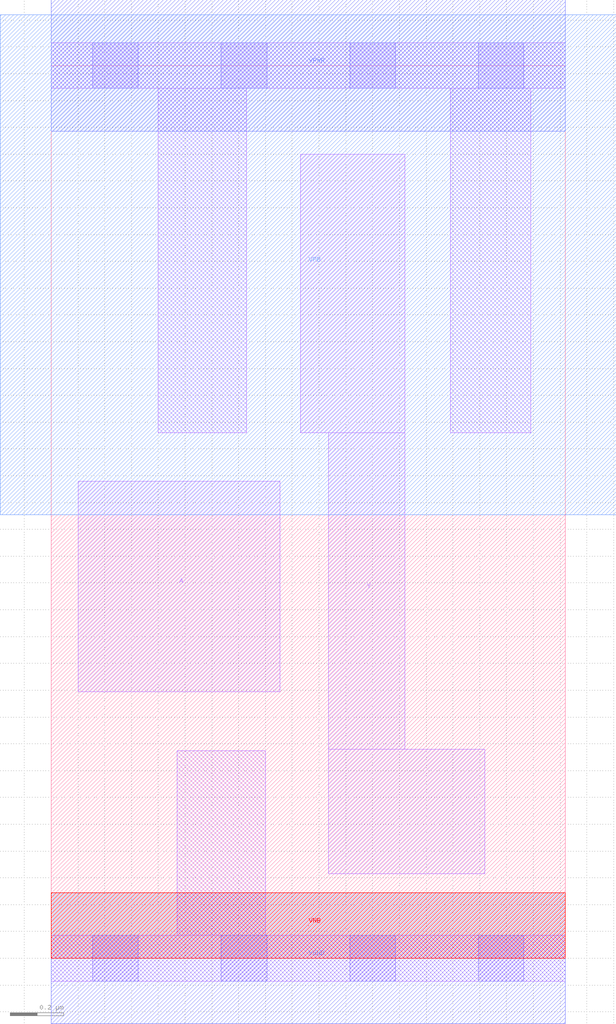
<source format=lef>
# Copyright 2020 The SkyWater PDK Authors
#
# Licensed under the Apache License, Version 2.0 (the "License");
# you may not use this file except in compliance with the License.
# You may obtain a copy of the License at
#
#     https://www.apache.org/licenses/LICENSE-2.0
#
# Unless required by applicable law or agreed to in writing, software
# distributed under the License is distributed on an "AS IS" BASIS,
# WITHOUT WARRANTIES OR CONDITIONS OF ANY KIND, either express or implied.
# See the License for the specific language governing permissions and
# limitations under the License.
#
# SPDX-License-Identifier: Apache-2.0

VERSION 5.7 ;
  NOWIREEXTENSIONATPIN ON ;
  DIVIDERCHAR "/" ;
  BUSBITCHARS "[]" ;
MACRO sky130_fd_sc_lp__clkinvlp_2
  CLASS CORE ;
  FOREIGN sky130_fd_sc_lp__clkinvlp_2 ;
  ORIGIN  0.000000  0.000000 ;
  SIZE  1.920000 BY  3.330000 ;
  SYMMETRY X Y R90 ;
  SITE unit ;
  PIN A
    ANTENNAGATEAREA  0.665000 ;
    DIRECTION INPUT ;
    USE SIGNAL ;
    PORT
      LAYER li1 ;
        RECT 0.100000 0.995000 0.855000 1.780000 ;
    END
  END A
  PIN Y
    ANTENNADIFFAREA  0.436750 ;
    DIRECTION OUTPUT ;
    USE SIGNAL ;
    PORT
      LAYER li1 ;
        RECT 0.930000 1.960000 1.320000 3.000000 ;
        RECT 1.035000 0.315000 1.620000 0.780000 ;
        RECT 1.035000 0.780000 1.320000 1.960000 ;
    END
  END Y
  PIN VGND
    DIRECTION INOUT ;
    USE GROUND ;
    PORT
      LAYER met1 ;
        RECT 0.000000 -0.245000 1.920000 0.245000 ;
    END
  END VGND
  PIN VNB
    DIRECTION INOUT ;
    USE GROUND ;
    PORT
      LAYER pwell ;
        RECT 0.000000 0.000000 1.920000 0.245000 ;
    END
  END VNB
  PIN VPB
    DIRECTION INOUT ;
    USE POWER ;
    PORT
      LAYER nwell ;
        RECT -0.190000 1.655000 2.110000 3.520000 ;
    END
  END VPB
  PIN VPWR
    DIRECTION INOUT ;
    USE POWER ;
    PORT
      LAYER met1 ;
        RECT 0.000000 3.085000 1.920000 3.575000 ;
    END
  END VPWR
  OBS
    LAYER li1 ;
      RECT 0.000000 -0.085000 1.920000 0.085000 ;
      RECT 0.000000  3.245000 1.920000 3.415000 ;
      RECT 0.400000  1.960000 0.730000 3.245000 ;
      RECT 0.470000  0.085000 0.800000 0.775000 ;
      RECT 1.490000  1.960000 1.790000 3.245000 ;
    LAYER mcon ;
      RECT 0.155000 -0.085000 0.325000 0.085000 ;
      RECT 0.155000  3.245000 0.325000 3.415000 ;
      RECT 0.635000 -0.085000 0.805000 0.085000 ;
      RECT 0.635000  3.245000 0.805000 3.415000 ;
      RECT 1.115000 -0.085000 1.285000 0.085000 ;
      RECT 1.115000  3.245000 1.285000 3.415000 ;
      RECT 1.595000 -0.085000 1.765000 0.085000 ;
      RECT 1.595000  3.245000 1.765000 3.415000 ;
  END
END sky130_fd_sc_lp__clkinvlp_2
END LIBRARY

</source>
